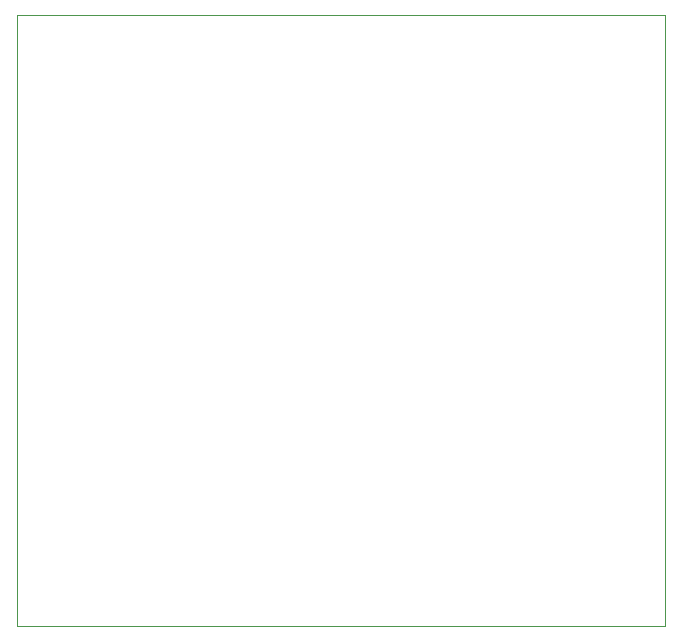
<source format=gbr>
%TF.GenerationSoftware,KiCad,Pcbnew,(5.1.9)-1*%
%TF.CreationDate,2021-02-09T22:22:39+00:00*%
%TF.ProjectId,DMX Relay,444d5820-5265-46c6-9179-2e6b69636164,rev?*%
%TF.SameCoordinates,Original*%
%TF.FileFunction,Profile,NP*%
%FSLAX46Y46*%
G04 Gerber Fmt 4.6, Leading zero omitted, Abs format (unit mm)*
G04 Created by KiCad (PCBNEW (5.1.9)-1) date 2021-02-09 22:22:39*
%MOMM*%
%LPD*%
G01*
G04 APERTURE LIST*
%TA.AperFunction,Profile*%
%ADD10C,0.050000*%
%TD*%
%TA.AperFunction,Profile*%
%ADD11C,0.038100*%
%TD*%
G04 APERTURE END LIST*
D10*
X116860000Y-23880000D02*
X116860000Y-75640000D01*
D11*
X61940000Y-75640000D02*
X116860000Y-75640000D01*
D10*
X116860000Y-23880000D02*
X61940000Y-23880000D01*
X61940000Y-75640000D02*
X61940000Y-23880000D01*
M02*

</source>
